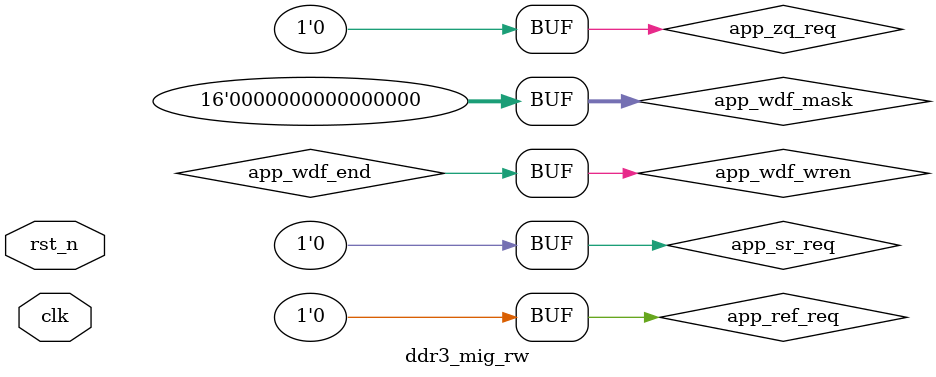
<source format=v>
`timescale 1ns / 1ps


module ddr3_mig_rw(
  input clk,
  input rst_n
    );
   parameter COL_WIDTH             = 10;
                                     // # of memory Column Address bits.
   parameter CS_WIDTH              = 1;
                                     // # of unique CS outputs to memory.
   parameter DM_WIDTH              = 2;
                                     // # of DM (data mask)
   parameter DQ_WIDTH              = 16;
                                     // # of DQ (data)
   parameter DQS_WIDTH             = 2;
   parameter DQS_CNT_WIDTH         = 1;
                                     // = ceil(log2(DQS_WIDTH))
   parameter DRAM_WIDTH            = 8;
                                     // # of DQ per DQS
   parameter ECC                   = "OFF";
   parameter RANKS                 = 1;
                                     // # of Ranks.
   parameter ODT_WIDTH             = 1;
                                     // # of ODT outputs to memory.
   parameter ROW_WIDTH             = 14;
                                     // # of memory Row Address bits.
   parameter ADDR_WIDTH            = 28;

  wire                               ddr3_reset_n;
  wire [DQ_WIDTH-1:0]                ddr3_dq;
  wire [DQS_WIDTH-1:0]               ddr3_dqs_p;
  wire [DQS_WIDTH-1:0]               ddr3_dqs_n;
  wire [ROW_WIDTH-1:0]               ddr3_addr;
  wire [3-1:0]              ddr3_ba;
  wire                               ddr3_ras_n;
  wire                               ddr3_cas_n;
  wire                               ddr3_we_n;
  wire [1-1:0]               ddr3_cke;
  wire [1-1:0]                ddr3_ck_p;
  wire [1-1:0]                ddr3_ck_n;
    
  
  wire                               init_calib_complete;
  wire [(CS_WIDTH*1)-1:0] ddr3_cs_n;
    
  wire [DM_WIDTH-1:0]                ddr3_dm;
    
  wire [ODT_WIDTH-1:0]               ddr3_odt;
    
  
  reg [(CS_WIDTH*1)-1:0] ddr3_cs_n_tmp;
    
  reg [DM_WIDTH-1:0]                 ddr3_dm_tmp;
    
  reg [ODT_WIDTH-1:0]                ddr3_odt_tmp;

  reg [27:0] app_addr;
  wire [2:0] app_cmd;
  wire  app_en;
  reg [127:0] app_wdf_data;
  reg [127:0] rd_data;
  wire  app_wdf_end;
  wire  app_wdf_wren;
  wire [127:0] app_rd_data;
  wire  app_rd_data_end;
  wire  app_rd_data_valid;
  wire  app_rdy;
  wire  app_wdf_rdy;
  //reg  app_sr_req          
  //reg  app_ref_req         
  //reg  app_zq_req          
  //reg  app_sr_active       
  //reg  app_ref_ack         
  //reg  app_zq_ack          
  wire sys_clk_i;
  wire  ui_clk;
  wire  ui_clk_sync_rst;
  wire [15:0] app_wdf_mask;

  reg [1:0] state;
  reg [1:0] next_state;
  
  parameter IDLE = 2'b0;
  parameter WRITE = 2'b1;
  parameter READ = 2'b11;

  always @(posedge ui_clk or posedge ui_clk_sync_rst) begin
      if(ui_clk_sync_rst) begin
        state <= IDLE;
      end
      else begin
        state <= next_state;
      end
  end

  always @(*) begin
      next_state = state;
      case(state)
        IDLE:
          if(init_calib_complete) begin
            next_state = WRITE;
          end
        WRITE:
          if(app_wdf_data == 8'd255 && app_rdy && app_wdf_rdy) begin
            next_state = READ;
          end
        READ:
          if(app_addr == 255 * 8 && app_rdy) begin
            next_state = IDLE;
          end
        endcase
  end




  always @(posedge ui_clk or posedge ui_clk_sync_rst) begin
      if(ui_clk_sync_rst) begin
        app_wdf_data <= 128'b0;
      end
      else if(state == WRITE) begin
        if(app_rdy && app_wdf_rdy) begin
          app_wdf_data <= app_wdf_data + 1'b1;
        end
        else begin
          app_wdf_data <= app_wdf_data;
        end
      end
      else begin
        app_wdf_data <= 128'b0;
      end
  end

  always @(posedge ui_clk or posedge ui_clk_sync_rst) begin
      if(ui_clk_sync_rst) begin
        app_addr <= 28'b0;
      end
      else if(state == WRITE) begin
        if(app_rdy && app_wdf_rdy) begin
          if(app_addr == 8 * 255) begin
            app_addr <= 28'b0;
          end
          else begin
            app_addr <= app_addr + 'd8;
          end
        end
      end
      else if(state == READ) begin
        if(app_rdy) begin
          if(app_addr == 8 * 255) begin
            app_addr <= 28'b0;
          end
          else begin
            app_addr <= app_addr + 'd8;
          end
        end
      end
  end

  assign app_wdf_wren = (state == WRITE) && app_rdy && app_wdf_rdy;
  assign app_en = (state == WRITE)? app_rdy && app_wdf_rdy : (state == READ)? app_rdy : 1'b0;
  assign app_cmd = (state == READ) ? 3'd1 :3'd0;
  assign app_wdf_end = app_wdf_wren;
  assign app_wdf_mask = 16'b0;
  assign app_sr_req = 1'b0;
  assign app_ref_req = 1'b0;
  assign app_zq_req = 1'b0;

  clk_wiz_0 u_clk_wiz_0
   (
    // Clock out ports
    .clk_out1(sys_clk_i),     // output clk_out1
    // Status and control signals
    .resetn(rst_n), // input resetn
    .locked(),       // output locked
   // Clock in ports
    .clk_in1(clk));      // input clk_in1


      ddr3_ctrl u_ddr3_ctrl (

    // Memory interface ports
    .ddr3_addr                      (ddr3_addr),  // output [13:0]		ddr3_addr
    .ddr3_ba                        (ddr3_ba),  // output [2:0]		ddr3_ba
    .ddr3_cas_n                     (ddr3_cas_n),  // output			ddr3_cas_n
    .ddr3_ck_n                      (ddr3_ck_n),  // output [0:0]		ddr3_ck_n
    .ddr3_ck_p                      (ddr3_ck_p),  // output [0:0]		ddr3_ck_p
    .ddr3_cke                       (ddr3_cke),  // output [0:0]		ddr3_cke
    .ddr3_ras_n                     (ddr3_ras_n),  // output			ddr3_ras_n
    .ddr3_reset_n                   (ddr3_reset_n),  // output			ddr3_reset_n
    .ddr3_we_n                      (ddr3_we_n),  // output			ddr3_we_n
    .ddr3_dq                        (ddr3_dq),  // inout [15:0]		ddr3_dq
    .ddr3_dqs_n                     (ddr3_dqs_n),  // inout [1:0]		ddr3_dqs_n
    .ddr3_dqs_p                     (ddr3_dqs_p),  // inout [1:0]		ddr3_dqs_p
    .init_calib_complete            (init_calib_complete),  // output			init_calib_complete
      
  .ddr3_cs_n                      (ddr3_cs_n),  // output [0:0]		ddr3_cs_n
    .ddr3_dm                        (ddr3_dm),  // output [1:0]		ddr3_dm
    .ddr3_odt                       (ddr3_odt),  // output [0:0]		ddr3_odt
    // Application interface ports
    .app_addr                       (app_addr),  // input [27:0]		app_addr
    .app_cmd                        (app_cmd),  // input [2:0]		app_cmd
    .app_en                         (app_en),  // input				app_en
    .app_wdf_data                   (app_wdf_data),  // input [127:0]		app_wdf_data
    .app_wdf_end                    (app_wdf_end),  // input				app_wdf_end
    .app_wdf_wren                   (app_wdf_wren),  // input				app_wdf_wren
    .app_rd_data                    (app_rd_data),  // output [127:0]		app_rd_data
    .app_rd_data_end                (app_rd_data_end),  // output			app_rd_data_end
    .app_rd_data_valid              (app_rd_data_valid),  // output			app_rd_data_valid
    .app_rdy                        (app_rdy),  // output			app_rdy
    .app_wdf_rdy                    (app_wdf_rdy),  // output			app_wdf_rdy
    .app_sr_req                     (app_sr_req),  // input			app_sr_req
    .app_ref_req                    (app_ref_req),  // input			app_ref_req
    .app_zq_req                     (app_zq_req),  // input			app_zq_req
    .app_sr_active                  (app_sr_active),  // output			app_sr_active
    .app_ref_ack                    (app_ref_ack),  // output			app_ref_ack
    .app_zq_ack                     (app_zq_ack),  // output			app_zq_ack
    .ui_clk                         (ui_clk),  // output			ui_clk
    .ui_clk_sync_rst                (ui_clk_sync_rst),  // output			ui_clk_sync_rst
    .app_wdf_mask                   (app_wdf_mask),  // input [15:0]		app_wdf_mask
    // System Clock Ports
    .sys_clk_i                       (sys_clk_i),
    .sys_rst                        (rst_n) // input sys_rst
    );

    ddr3_model u_comp_ddr3
      (
       .rst_n   (ddr3_reset_n),
       .ck      (ddr3_ck_p),
       .ck_n    (ddr3_ck_n),
       .cke     (ddr3_cke),
       .cs_n    (ddr3_cs_n),
       .ras_n   (ddr3_ras_n),
       .cas_n   (ddr3_cas_n),
       .we_n    (ddr3_we_n),
       .dm_tdqs (ddr3_dm),
       .ba      (ddr3_ba),
       .addr    (ddr3_addr),
       .dq      (ddr3_dq),
       .dqs     (ddr3_dqs_p),
       .dqs_n   (ddr3_dqs_n),
       .tdqs_n  (),
       .odt     (ddr3_odt)
       );
endmodule

</source>
